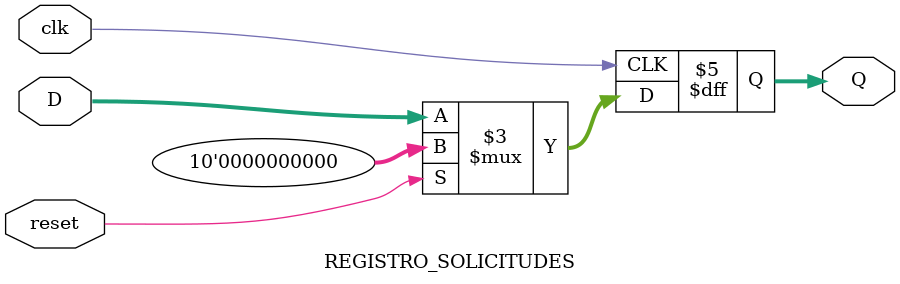
<source format=v>
/**
 * Registro para almacenar el estado de las solicitudes.
 *
 * @param in:D    La entrada de la informacion.
 * @param in:clk  La entrada del reloj.
 * @param out:Q   La salida de la informacion almacenada.
 */
module REGISTRO_SOLICITUDES (D, clk, Q, reset);
	input [9:0] D;
	input clk;
	input reset;
	output [9:0] Q;

	reg [9:0] Q;

	always@(posedge clk)
		if(reset)
			Q = 0;
		else 
			Q = D;
endmodule

</source>
